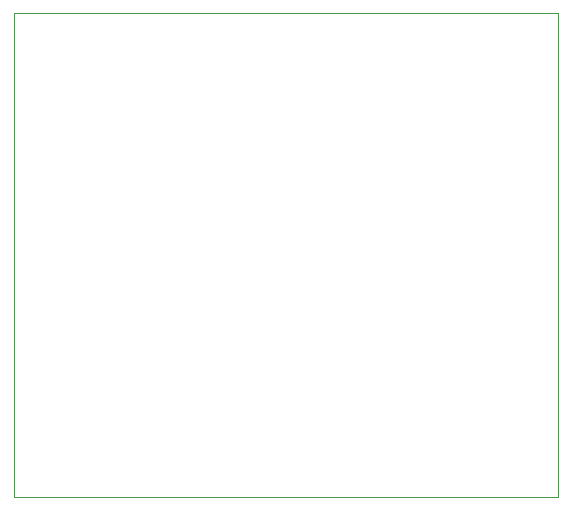
<source format=gbr>
G04 #@! TF.GenerationSoftware,KiCad,Pcbnew,8.0.0*
G04 #@! TF.CreationDate,2024-03-03T20:56:18-06:00*
G04 #@! TF.ProjectId,Haptic Feeback board,48617074-6963-4204-9665-656261636b20,rev?*
G04 #@! TF.SameCoordinates,Original*
G04 #@! TF.FileFunction,Profile,NP*
%FSLAX46Y46*%
G04 Gerber Fmt 4.6, Leading zero omitted, Abs format (unit mm)*
G04 Created by KiCad (PCBNEW 8.0.0) date 2024-03-03 20:56:18*
%MOMM*%
%LPD*%
G01*
G04 APERTURE LIST*
G04 #@! TA.AperFunction,Profile*
%ADD10C,0.100000*%
G04 #@! TD*
G04 APERTURE END LIST*
D10*
X118500000Y-77000000D02*
X164500000Y-77000000D01*
X164500000Y-118000000D01*
X118500000Y-118000000D01*
X118500000Y-77000000D01*
M02*

</source>
